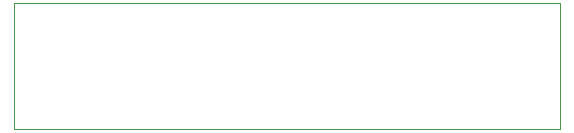
<source format=gbr>
G04 (created by PCBNEW (2013-jul-07)-stable) date Thu 18 Dec 2014 01:29:44 PM EET*
%MOIN*%
G04 Gerber Fmt 3.4, Leading zero omitted, Abs format*
%FSLAX34Y34*%
G01*
G70*
G90*
G04 APERTURE LIST*
%ADD10C,0.00590551*%
%ADD11C,0.00393701*%
G04 APERTURE END LIST*
G54D10*
G54D11*
X94600Y-52900D02*
X76400Y-52900D01*
X94600Y-57100D02*
X94600Y-52900D01*
X76400Y-57100D02*
X94600Y-57100D01*
X76400Y-52900D02*
X76400Y-57100D01*
M02*

</source>
